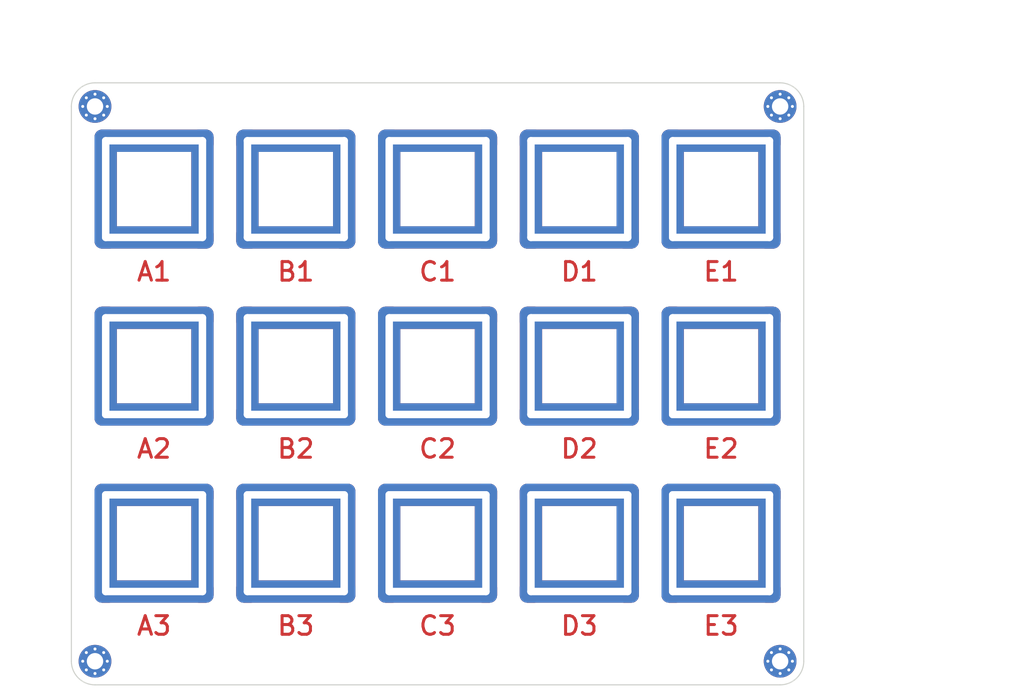
<source format=kicad_pcb>
(kicad_pcb (version 20221018) (generator pcbnew)
  (layers (0 "F.Cu" signal) (31 "B.Cu" signal) (34 "B.Paste" user) (35 "F.Paste" user) (36 "B.SilkS" user "B.Silkscreen") (37 "F.SilkS" user "F.Silkscreen") (38 "B.Mask" user) (39 "F.Mask" user) (44 "Edge.Cuts" user))
  (net 0 "")
  (footprint "locallib:plated-hole" (layer "F.Cu") (at 47.625 47.625)
    (fp_text reference "REF**")
    (fp_text value "plated-hole")
    (pad "" thru_hole roundrect (at -6.5 0) (size 3 16) (drill oval 1 14) (layers "*.Cu") (roundrect_rratio 0.3333333333))
    (pad "" thru_hole roundrect (at 0 -6.5 90) (size 3 16) (drill oval 1 14) (layers "*.Cu") (roundrect_rratio 0.3333333333))
    (pad "" thru_hole roundrect (at 0 6.5 90) (size 3 16) (drill oval 1 14) (layers "*.Cu") (roundrect_rratio 0.3333333333))
    (pad "" thru_hole roundrect (at 6.5 0) (size 3 16) (drill oval 1 14) (layers "*.Cu") (roundrect_rratio 0.3333333333))
  )
  (footprint "locallib:plated-hole" (layer "F.Cu") (at 66.675 47.625)
    (fp_text reference "REF**")
    (fp_text value "plated-hole")
    (pad "" thru_hole roundrect (at -6.5 0) (size 3 16) (drill oval 1 14) (layers "*.Cu") (roundrect_rratio 0.3333333333))
    (pad "" thru_hole roundrect (at 0 -6.5 90) (size 3 16) (drill oval 1 14) (layers "*.Cu") (roundrect_rratio 0.3333333333))
    (pad "" thru_hole roundrect (at 0 6.5 90) (size 3 16) (drill oval 1 14) (layers "*.Cu") (roundrect_rratio 0.3333333333))
    (pad "" thru_hole roundrect (at 6.5 0) (size 3 16) (drill oval 1 14) (layers "*.Cu") (roundrect_rratio 0.3333333333))
  )
  (footprint "locallib:plated-hole" (layer "F.Cu") (at 85.725 47.625)
    (fp_text reference "REF**")
    (fp_text value "plated-hole")
    (pad "" thru_hole roundrect (at -6.5 0) (size 3 16) (drill oval 1 14) (layers "*.Cu") (roundrect_rratio 0.3333333333))
    (pad "" thru_hole roundrect (at 0 -6.5 90) (size 3 16) (drill oval 1 14) (layers "*.Cu") (roundrect_rratio 0.3333333333))
    (pad "" thru_hole roundrect (at 0 6.5 90) (size 3 16) (drill oval 1 14) (layers "*.Cu") (roundrect_rratio 0.3333333333))
    (pad "" thru_hole roundrect (at 6.5 0) (size 3 16) (drill oval 1 14) (layers "*.Cu") (roundrect_rratio 0.3333333333))
  )
  (footprint "locallib:plated-hole" (layer "F.Cu") (at 104.775 47.625)
    (fp_text reference "REF**")
    (fp_text value "plated-hole")
    (pad "" thru_hole roundrect (at -6.5 0) (size 3 16) (drill oval 1 14) (layers "*.Cu") (roundrect_rratio 0.3333333333))
    (pad "" thru_hole roundrect (at 0 -6.5 90) (size 3 16) (drill oval 1 14) (layers "*.Cu") (roundrect_rratio 0.3333333333))
    (pad "" thru_hole roundrect (at 0 6.5 90) (size 3 16) (drill oval 1 14) (layers "*.Cu") (roundrect_rratio 0.3333333333))
    (pad "" thru_hole roundrect (at 6.5 0) (size 3 16) (drill oval 1 14) (layers "*.Cu") (roundrect_rratio 0.3333333333))
  )
  (footprint "locallib:plated-hole" (layer "F.Cu") (at 123.825 47.625)
    (fp_text reference "REF**")
    (fp_text value "plated-hole")
    (pad "" thru_hole roundrect (at -6.5 0) (size 3 16) (drill oval 1 14) (layers "*.Cu") (roundrect_rratio 0.3333333333))
    (pad "" thru_hole roundrect (at 0 -6.5 90) (size 3 16) (drill oval 1 14) (layers "*.Cu") (roundrect_rratio 0.3333333333))
    (pad "" thru_hole roundrect (at 0 6.5 90) (size 3 16) (drill oval 1 14) (layers "*.Cu") (roundrect_rratio 0.3333333333))
    (pad "" thru_hole roundrect (at 6.5 0) (size 3 16) (drill oval 1 14) (layers "*.Cu") (roundrect_rratio 0.3333333333))
  )
  (footprint "locallib:plated-hole" (layer "F.Cu") (at 123.825 71.4375)
    (fp_text reference "REF**")
    (fp_text value "plated-hole")
    (pad "" thru_hole roundrect (at -6.5 0) (size 3 16) (drill oval 1 14) (layers "*.Cu") (roundrect_rratio 0.3333333333))
    (pad "" thru_hole roundrect (at 0 -6.5 90) (size 3 16) (drill oval 1 14) (layers "*.Cu") (roundrect_rratio 0.3333333333))
    (pad "" thru_hole roundrect (at 0 6.5 90) (size 3 16) (drill oval 1 14) (layers "*.Cu") (roundrect_rratio 0.3333333333))
    (pad "" thru_hole roundrect (at 6.5 0) (size 3 16) (drill oval 1 14) (layers "*.Cu") (roundrect_rratio 0.3333333333))
  )
  (footprint "locallib:plated-hole" (layer "F.Cu") (at 104.775 71.4375)
    (fp_text reference "REF**")
    (fp_text value "plated-hole")
    (pad "" thru_hole roundrect (at -6.5 0) (size 3 16) (drill oval 1 14) (layers "*.Cu") (roundrect_rratio 0.3333333333))
    (pad "" thru_hole roundrect (at 0 -6.5 90) (size 3 16) (drill oval 1 14) (layers "*.Cu") (roundrect_rratio 0.3333333333))
    (pad "" thru_hole roundrect (at 0 6.5 90) (size 3 16) (drill oval 1 14) (layers "*.Cu") (roundrect_rratio 0.3333333333))
    (pad "" thru_hole roundrect (at 6.5 0) (size 3 16) (drill oval 1 14) (layers "*.Cu") (roundrect_rratio 0.3333333333))
  )
  (footprint "locallib:plated-hole" (layer "F.Cu") (at 85.725 71.4375)
    (fp_text reference "REF**")
    (fp_text value "plated-hole")
    (pad "" thru_hole roundrect (at -6.5 0) (size 3 16) (drill oval 1 14) (layers "*.Cu") (roundrect_rratio 0.3333333333))
    (pad "" thru_hole roundrect (at 0 -6.5 90) (size 3 16) (drill oval 1 14) (layers "*.Cu") (roundrect_rratio 0.3333333333))
    (pad "" thru_hole roundrect (at 0 6.5 90) (size 3 16) (drill oval 1 14) (layers "*.Cu") (roundrect_rratio 0.3333333333))
    (pad "" thru_hole roundrect (at 6.5 0) (size 3 16) (drill oval 1 14) (layers "*.Cu") (roundrect_rratio 0.3333333333))
  )
  (footprint "locallib:plated-hole" (layer "F.Cu") (at 66.675 71.4375)
    (fp_text reference "REF**")
    (fp_text value "plated-hole")
    (pad "" thru_hole roundrect (at -6.5 0) (size 3 16) (drill oval 1 14) (layers "*.Cu") (roundrect_rratio 0.3333333333))
    (pad "" thru_hole roundrect (at 0 -6.5 90) (size 3 16) (drill oval 1 14) (layers "*.Cu") (roundrect_rratio 0.3333333333))
    (pad "" thru_hole roundrect (at 0 6.5 90) (size 3 16) (drill oval 1 14) (layers "*.Cu") (roundrect_rratio 0.3333333333))
    (pad "" thru_hole roundrect (at 6.5 0) (size 3 16) (drill oval 1 14) (layers "*.Cu") (roundrect_rratio 0.3333333333))
  )
  (footprint "locallib:plated-hole" (layer "F.Cu") (at 47.625 71.4375)
    (fp_text reference "REF**")
    (fp_text value "plated-hole")
    (pad "" thru_hole roundrect (at -6.5 0) (size 3 16) (drill oval 1 14) (layers "*.Cu") (roundrect_rratio 0.3333333333))
    (pad "" thru_hole roundrect (at 0 -6.5 90) (size 3 16) (drill oval 1 14) (layers "*.Cu") (roundrect_rratio 0.3333333333))
    (pad "" thru_hole roundrect (at 0 6.5 90) (size 3 16) (drill oval 1 14) (layers "*.Cu") (roundrect_rratio 0.3333333333))
    (pad "" thru_hole roundrect (at 6.5 0) (size 3 16) (drill oval 1 14) (layers "*.Cu") (roundrect_rratio 0.3333333333))
  )
  (footprint "locallib:plated-hole" (layer "F.Cu") (at 123.825 95.25)
    (fp_text reference "REF**")
    (fp_text value "plated-hole")
    (pad "" thru_hole roundrect (at -6.5 0) (size 3 16) (drill oval 1 14) (layers "*.Cu") (roundrect_rratio 0.3333333333))
    (pad "" thru_hole roundrect (at 0 -6.5 90) (size 3 16) (drill oval 1 14) (layers "*.Cu") (roundrect_rratio 0.3333333333))
    (pad "" thru_hole roundrect (at 0 6.5 90) (size 3 16) (drill oval 1 14) (layers "*.Cu") (roundrect_rratio 0.3333333333))
    (pad "" thru_hole roundrect (at 6.5 0) (size 3 16) (drill oval 1 14) (layers "*.Cu") (roundrect_rratio 0.3333333333))
  )
  (footprint "locallib:plated-hole" (layer "F.Cu") (at 104.775 95.25)
    (fp_text reference "REF**")
    (fp_text value "plated-hole")
    (pad "" thru_hole roundrect (at -6.5 0) (size 3 16) (drill oval 1 14) (layers "*.Cu") (roundrect_rratio 0.3333333333))
    (pad "" thru_hole roundrect (at 0 -6.5 90) (size 3 16) (drill oval 1 14) (layers "*.Cu") (roundrect_rratio 0.3333333333))
    (pad "" thru_hole roundrect (at 0 6.5 90) (size 3 16) (drill oval 1 14) (layers "*.Cu") (roundrect_rratio 0.3333333333))
    (pad "" thru_hole roundrect (at 6.5 0) (size 3 16) (drill oval 1 14) (layers "*.Cu") (roundrect_rratio 0.3333333333))
  )
  (footprint "locallib:plated-hole" (layer "F.Cu") (at 85.725 95.25)
    (fp_text reference "REF**")
    (fp_text value "plated-hole")
    (pad "" thru_hole roundrect (at -6.5 0) (size 3 16) (drill oval 1 14) (layers "*.Cu") (roundrect_rratio 0.3333333333))
    (pad "" thru_hole roundrect (at 0 -6.5 90) (size 3 16) (drill oval 1 14) (layers "*.Cu") (roundrect_rratio 0.3333333333))
    (pad "" thru_hole roundrect (at 0 6.5 90) (size 3 16) (drill oval 1 14) (layers "*.Cu") (roundrect_rratio 0.3333333333))
    (pad "" thru_hole roundrect (at 6.5 0) (size 3 16) (drill oval 1 14) (layers "*.Cu") (roundrect_rratio 0.3333333333))
  )
  (footprint "locallib:plated-hole" (layer "F.Cu") (at 66.675 95.25)
    (fp_text reference "REF**")
    (fp_text value "plated-hole")
    (pad "" thru_hole roundrect (at -6.5 0) (size 3 16) (drill oval 1 14) (layers "*.Cu") (roundrect_rratio 0.3333333333))
    (pad "" thru_hole roundrect (at 0 -6.5 90) (size 3 16) (drill oval 1 14) (layers "*.Cu") (roundrect_rratio 0.3333333333))
    (pad "" thru_hole roundrect (at 0 6.5 90) (size 3 16) (drill oval 1 14) (layers "*.Cu") (roundrect_rratio 0.3333333333))
    (pad "" thru_hole roundrect (at 6.5 0) (size 3 16) (drill oval 1 14) (layers "*.Cu") (roundrect_rratio 0.3333333333))
  )
  (footprint "locallib:plated-hole" (layer "F.Cu") (at 47.625 95.25)
    (fp_text reference "REF**")
    (fp_text value "plated-hole")
    (pad "" thru_hole roundrect (at -6.5 0) (size 3 16) (drill oval 1 14) (layers "*.Cu") (roundrect_rratio 0.3333333333))
    (pad "" thru_hole roundrect (at 0 -6.5 90) (size 3 16) (drill oval 1 14) (layers "*.Cu") (roundrect_rratio 0.3333333333))
    (pad "" thru_hole roundrect (at 0 6.5 90) (size 3 16) (drill oval 1 14) (layers "*.Cu") (roundrect_rratio 0.3333333333))
    (pad "" thru_hole roundrect (at 6.5 0) (size 3 16) (drill oval 1 14) (layers "*.Cu") (roundrect_rratio 0.3333333333))
  )
  (footprint "Mounting_Holes:MountingHole_2.2mm_M2_Pad_Via" (layer "F.Cu") (at 39.6875 36.5125)
    (fp_text reference "REF**")
    (fp_text value "MountingHole_2.2mm_M2_Pad_Via")
    (pad "1" thru_hole circle (at -1.65 0) (size 0.7 0.7) (drill 0.4) (layers "*.Cu" "*.Mask"))
    (pad "1" thru_hole circle (at -1.166726 -1.166726) (size 0.7 0.7) (drill 0.4) (layers "*.Cu" "*.Mask"))
    (pad "1" thru_hole circle (at -1.166726 1.166726) (size 0.7 0.7) (drill 0.4) (layers "*.Cu" "*.Mask"))
    (pad "1" thru_hole circle (at 0 -1.65) (size 0.7 0.7) (drill 0.4) (layers "*.Cu" "*.Mask"))
    (pad "1" thru_hole circle (at 0 0) (size 4.4 4.4) (drill 2.2) (layers "*.Cu" "*.Mask"))
    (pad "1" thru_hole circle (at 0 1.65) (size 0.7 0.7) (drill 0.4) (layers "*.Cu" "*.Mask"))
    (pad "1" thru_hole circle (at 1.166726 -1.166726) (size 0.7 0.7) (drill 0.4) (layers "*.Cu" "*.Mask"))
    (pad "1" thru_hole circle (at 1.166726 1.166726) (size 0.7 0.7) (drill 0.4) (layers "*.Cu" "*.Mask"))
    (pad "1" thru_hole circle (at 1.65 0) (size 0.7 0.7) (drill 0.4) (layers "*.Cu" "*.Mask"))
  )
  (footprint "Mounting_Holes:MountingHole_2.2mm_M2_Pad_Via" (layer "F.Cu") (at 131.7625 36.5125)
    (fp_text reference "REF**")
    (fp_text value "MountingHole_2.2mm_M2_Pad_Via")
    (pad "1" thru_hole circle (at -1.65 0) (size 0.7 0.7) (drill 0.4) (layers "*.Cu" "*.Mask"))
    (pad "1" thru_hole circle (at -1.166726 -1.166726) (size 0.7 0.7) (drill 0.4) (layers "*.Cu" "*.Mask"))
    (pad "1" thru_hole circle (at -1.166726 1.166726) (size 0.7 0.7) (drill 0.4) (layers "*.Cu" "*.Mask"))
    (pad "1" thru_hole circle (at 0 -1.65) (size 0.7 0.7) (drill 0.4) (layers "*.Cu" "*.Mask"))
    (pad "1" thru_hole circle (at 0 0) (size 4.4 4.4) (drill 2.2) (layers "*.Cu" "*.Mask"))
    (pad "1" thru_hole circle (at 0 1.65) (size 0.7 0.7) (drill 0.4) (layers "*.Cu" "*.Mask"))
    (pad "1" thru_hole circle (at 1.166726 -1.166726) (size 0.7 0.7) (drill 0.4) (layers "*.Cu" "*.Mask"))
    (pad "1" thru_hole circle (at 1.166726 1.166726) (size 0.7 0.7) (drill 0.4) (layers "*.Cu" "*.Mask"))
    (pad "1" thru_hole circle (at 1.65 0) (size 0.7 0.7) (drill 0.4) (layers "*.Cu" "*.Mask"))
  )
  (footprint "Mounting_Holes:MountingHole_2.2mm_M2_Pad_Via" (layer "F.Cu") (at 131.7625 111.125)
    (fp_text reference "REF**")
    (fp_text value "MountingHole_2.2mm_M2_Pad_Via")
    (pad "1" thru_hole circle (at -1.65 0) (size 0.7 0.7) (drill 0.4) (layers "*.Cu" "*.Mask"))
    (pad "1" thru_hole circle (at -1.166726 -1.166726) (size 0.7 0.7) (drill 0.4) (layers "*.Cu" "*.Mask"))
    (pad "1" thru_hole circle (at -1.166726 1.166726) (size 0.7 0.7) (drill 0.4) (layers "*.Cu" "*.Mask"))
    (pad "1" thru_hole circle (at 0 -1.65) (size 0.7 0.7) (drill 0.4) (layers "*.Cu" "*.Mask"))
    (pad "1" thru_hole circle (at 0 0) (size 4.4 4.4) (drill 2.2) (layers "*.Cu" "*.Mask"))
    (pad "1" thru_hole circle (at 0 1.65) (size 0.7 0.7) (drill 0.4) (layers "*.Cu" "*.Mask"))
    (pad "1" thru_hole circle (at 1.166726 -1.166726) (size 0.7 0.7) (drill 0.4) (layers "*.Cu" "*.Mask"))
    (pad "1" thru_hole circle (at 1.166726 1.166726) (size 0.7 0.7) (drill 0.4) (layers "*.Cu" "*.Mask"))
    (pad "1" thru_hole circle (at 1.65 0) (size 0.7 0.7) (drill 0.4) (layers "*.Cu" "*.Mask"))
  )
  (footprint "Mounting_Holes:MountingHole_2.2mm_M2_Pad_Via" (layer "F.Cu") (at 39.6875 111.125)
    (fp_text reference "REF**")
    (fp_text value "MountingHole_2.2mm_M2_Pad_Via")
    (pad "1" thru_hole circle (at -1.65 0) (size 0.7 0.7) (drill 0.4) (layers "*.Cu" "*.Mask"))
    (pad "1" thru_hole circle (at -1.166726 -1.166726) (size 0.7 0.7) (drill 0.4) (layers "*.Cu" "*.Mask"))
    (pad "1" thru_hole circle (at -1.166726 1.166726) (size 0.7 0.7) (drill 0.4) (layers "*.Cu" "*.Mask"))
    (pad "1" thru_hole circle (at 0 -1.65) (size 0.7 0.7) (drill 0.4) (layers "*.Cu" "*.Mask"))
    (pad "1" thru_hole circle (at 0 0) (size 4.4 4.4) (drill 2.2) (layers "*.Cu" "*.Mask"))
    (pad "1" thru_hole circle (at 0 1.65) (size 0.7 0.7) (drill 0.4) (layers "*.Cu" "*.Mask"))
    (pad "1" thru_hole circle (at 1.166726 -1.166726) (size 0.7 0.7) (drill 0.4) (layers "*.Cu" "*.Mask"))
    (pad "1" thru_hole circle (at 1.166726 1.166726) (size 0.7 0.7) (drill 0.4) (layers "*.Cu" "*.Mask"))
    (pad "1" thru_hole circle (at 1.65 0) (size 0.7 0.7) (drill 0.4) (layers "*.Cu" "*.Mask"))
  )
  (gr_arc (start 39.6875 114.3) (mid 37.442436 113.370064) (end 36.5125 111.125) (stroke (width 0.15)) (layer "Edge.Cuts"))
  (gr_line (start 39.6875 114.3) (end 131.7625 114.3) (stroke (width 0.15)) (layer "Edge.Cuts"))
  (gr_line (start 36.5125 36.5125) (end 36.5125 111.125) (stroke (width 0.15)) (layer "Edge.Cuts"))
  (gr_line (start 134.9375 111.125) (end 134.9375 36.5125) (stroke (width 0.15)) (layer "Edge.Cuts"))
  (gr_arc (start 134.9375 111.125) (mid 134.007564 113.370064) (end 131.7625 114.3) (stroke (width 0.15)) (layer "Edge.Cuts"))
  (gr_arc (start 131.7625 33.3375) (mid 134.007564 34.267436) (end 134.9375 36.5125) (stroke (width 0.15)) (layer "Edge.Cuts"))
  (gr_arc (start 36.5125 36.5125) (mid 37.442436 34.267436) (end 39.6875 33.3375) (stroke (width 0.15)) (layer "Edge.Cuts"))
  (gr_line (start 39.6875 33.3375) (end 131.7625 33.3375) (stroke (width 0.15)) (layer "Edge.Cuts"))
  (gr_text "A1" (at 47.625 58.7375) (layer "F.Cu") (effects (font (size 2.5 2.5) (thickness 0.4))))
  (gr_text "C1" (at 85.725 58.7375) (layer "F.Cu") (effects (font (size 2.5 2.5) (thickness 0.4))))
  (gr_text "D1" (at 104.775 58.7375) (layer "F.Cu") (effects (font (size 2.5 2.5) (thickness 0.4))))
  (gr_text "E1" (at 123.825 58.7375) (layer "F.Cu") (effects (font (size 2.5 2.5) (thickness 0.4))))
  (gr_text "B2" (at 66.675 82.55) (layer "F.Cu") (effects (font (size 2.5 2.5) (thickness 0.4))))
  (gr_text "B1" (at 66.675 58.7375) (layer "F.Cu") (effects (font (size 2.5 2.5) (thickness 0.4))))
  (gr_text "C3" (at 85.725 106.3625) (layer "F.Cu") (effects (font (size 2.5 2.5) (thickness 0.4))))
  (gr_text "A2" (at 47.625 82.55) (layer "F.Cu") (effects (font (size 2.5 2.5) (thickness 0.4))))
  (gr_text "C2" (at 85.725 82.55) (layer "F.Cu") (effects (font (size 2.5 2.5) (thickness 0.4))))
  (gr_text "E2" (at 123.825 82.55) (layer "F.Cu") (effects (font (size 2.5 2.5) (thickness 0.4))))
  (gr_text "D2" (at 104.775 82.55) (layer "F.Cu") (effects (font (size 2.5 2.5) (thickness 0.4))))
  (gr_text "D3" (at 104.775 106.3625) (layer "F.Cu") (effects (font (size 2.5 2.5) (thickness 0.4))))
  (gr_text "B3" (at 66.675 106.3625) (layer "F.Cu") (effects (font (size 2.5 2.5) (thickness 0.4))))
  (gr_text "A3" (at 47.625 106.3625) (layer "F.Cu") (effects (font (size 2.5 2.5) (thickness 0.4))))
  (gr_text "E3" (at 123.825 106.3625) (layer "F.Cu") (effects (font (size 2.5 2.5) (thickness 0.4))))
)
</source>
